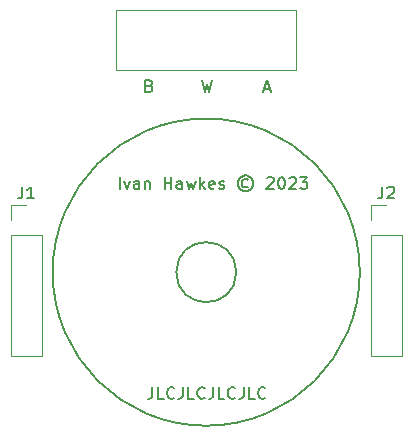
<source format=gto>
%TF.GenerationSoftware,KiCad,Pcbnew,7.0.2*%
%TF.CreationDate,2023-06-02T21:02:53+10:00*%
%TF.ProjectId,potentiometer-carrier-board,706f7465-6e74-4696-9f6d-657465722d63,rev?*%
%TF.SameCoordinates,Original*%
%TF.FileFunction,Legend,Top*%
%TF.FilePolarity,Positive*%
%FSLAX46Y46*%
G04 Gerber Fmt 4.6, Leading zero omitted, Abs format (unit mm)*
G04 Created by KiCad (PCBNEW 7.0.2) date 2023-06-02 21:02:53*
%MOMM*%
%LPD*%
G01*
G04 APERTURE LIST*
%ADD10C,0.150000*%
%ADD11C,0.200000*%
%ADD12C,0.120000*%
%ADD13C,0.100000*%
%ADD14R,1.700000X1.700000*%
%ADD15O,1.700000X1.700000*%
%ADD16C,1.700000*%
G04 APERTURE END LIST*
D10*
X58943809Y-77617619D02*
X58943809Y-78331904D01*
X58943809Y-78331904D02*
X58896190Y-78474761D01*
X58896190Y-78474761D02*
X58800952Y-78570000D01*
X58800952Y-78570000D02*
X58658095Y-78617619D01*
X58658095Y-78617619D02*
X58562857Y-78617619D01*
X59896190Y-78617619D02*
X59420000Y-78617619D01*
X59420000Y-78617619D02*
X59420000Y-77617619D01*
X60800952Y-78522380D02*
X60753333Y-78570000D01*
X60753333Y-78570000D02*
X60610476Y-78617619D01*
X60610476Y-78617619D02*
X60515238Y-78617619D01*
X60515238Y-78617619D02*
X60372381Y-78570000D01*
X60372381Y-78570000D02*
X60277143Y-78474761D01*
X60277143Y-78474761D02*
X60229524Y-78379523D01*
X60229524Y-78379523D02*
X60181905Y-78189047D01*
X60181905Y-78189047D02*
X60181905Y-78046190D01*
X60181905Y-78046190D02*
X60229524Y-77855714D01*
X60229524Y-77855714D02*
X60277143Y-77760476D01*
X60277143Y-77760476D02*
X60372381Y-77665238D01*
X60372381Y-77665238D02*
X60515238Y-77617619D01*
X60515238Y-77617619D02*
X60610476Y-77617619D01*
X60610476Y-77617619D02*
X60753333Y-77665238D01*
X60753333Y-77665238D02*
X60800952Y-77712857D01*
X61515238Y-77617619D02*
X61515238Y-78331904D01*
X61515238Y-78331904D02*
X61467619Y-78474761D01*
X61467619Y-78474761D02*
X61372381Y-78570000D01*
X61372381Y-78570000D02*
X61229524Y-78617619D01*
X61229524Y-78617619D02*
X61134286Y-78617619D01*
X62467619Y-78617619D02*
X61991429Y-78617619D01*
X61991429Y-78617619D02*
X61991429Y-77617619D01*
X63372381Y-78522380D02*
X63324762Y-78570000D01*
X63324762Y-78570000D02*
X63181905Y-78617619D01*
X63181905Y-78617619D02*
X63086667Y-78617619D01*
X63086667Y-78617619D02*
X62943810Y-78570000D01*
X62943810Y-78570000D02*
X62848572Y-78474761D01*
X62848572Y-78474761D02*
X62800953Y-78379523D01*
X62800953Y-78379523D02*
X62753334Y-78189047D01*
X62753334Y-78189047D02*
X62753334Y-78046190D01*
X62753334Y-78046190D02*
X62800953Y-77855714D01*
X62800953Y-77855714D02*
X62848572Y-77760476D01*
X62848572Y-77760476D02*
X62943810Y-77665238D01*
X62943810Y-77665238D02*
X63086667Y-77617619D01*
X63086667Y-77617619D02*
X63181905Y-77617619D01*
X63181905Y-77617619D02*
X63324762Y-77665238D01*
X63324762Y-77665238D02*
X63372381Y-77712857D01*
X64086667Y-77617619D02*
X64086667Y-78331904D01*
X64086667Y-78331904D02*
X64039048Y-78474761D01*
X64039048Y-78474761D02*
X63943810Y-78570000D01*
X63943810Y-78570000D02*
X63800953Y-78617619D01*
X63800953Y-78617619D02*
X63705715Y-78617619D01*
X65039048Y-78617619D02*
X64562858Y-78617619D01*
X64562858Y-78617619D02*
X64562858Y-77617619D01*
X65943810Y-78522380D02*
X65896191Y-78570000D01*
X65896191Y-78570000D02*
X65753334Y-78617619D01*
X65753334Y-78617619D02*
X65658096Y-78617619D01*
X65658096Y-78617619D02*
X65515239Y-78570000D01*
X65515239Y-78570000D02*
X65420001Y-78474761D01*
X65420001Y-78474761D02*
X65372382Y-78379523D01*
X65372382Y-78379523D02*
X65324763Y-78189047D01*
X65324763Y-78189047D02*
X65324763Y-78046190D01*
X65324763Y-78046190D02*
X65372382Y-77855714D01*
X65372382Y-77855714D02*
X65420001Y-77760476D01*
X65420001Y-77760476D02*
X65515239Y-77665238D01*
X65515239Y-77665238D02*
X65658096Y-77617619D01*
X65658096Y-77617619D02*
X65753334Y-77617619D01*
X65753334Y-77617619D02*
X65896191Y-77665238D01*
X65896191Y-77665238D02*
X65943810Y-77712857D01*
X66658096Y-77617619D02*
X66658096Y-78331904D01*
X66658096Y-78331904D02*
X66610477Y-78474761D01*
X66610477Y-78474761D02*
X66515239Y-78570000D01*
X66515239Y-78570000D02*
X66372382Y-78617619D01*
X66372382Y-78617619D02*
X66277144Y-78617619D01*
X67610477Y-78617619D02*
X67134287Y-78617619D01*
X67134287Y-78617619D02*
X67134287Y-77617619D01*
X68515239Y-78522380D02*
X68467620Y-78570000D01*
X68467620Y-78570000D02*
X68324763Y-78617619D01*
X68324763Y-78617619D02*
X68229525Y-78617619D01*
X68229525Y-78617619D02*
X68086668Y-78570000D01*
X68086668Y-78570000D02*
X67991430Y-78474761D01*
X67991430Y-78474761D02*
X67943811Y-78379523D01*
X67943811Y-78379523D02*
X67896192Y-78189047D01*
X67896192Y-78189047D02*
X67896192Y-78046190D01*
X67896192Y-78046190D02*
X67943811Y-77855714D01*
X67943811Y-77855714D02*
X67991430Y-77760476D01*
X67991430Y-77760476D02*
X68086668Y-77665238D01*
X68086668Y-77665238D02*
X68229525Y-77617619D01*
X68229525Y-77617619D02*
X68324763Y-77617619D01*
X68324763Y-77617619D02*
X68467620Y-77665238D01*
X68467620Y-77665238D02*
X68515239Y-77712857D01*
X56162188Y-60837619D02*
X56162188Y-59837619D01*
X56543140Y-60170952D02*
X56781235Y-60837619D01*
X56781235Y-60837619D02*
X57019330Y-60170952D01*
X57828854Y-60837619D02*
X57828854Y-60313809D01*
X57828854Y-60313809D02*
X57781235Y-60218571D01*
X57781235Y-60218571D02*
X57685997Y-60170952D01*
X57685997Y-60170952D02*
X57495521Y-60170952D01*
X57495521Y-60170952D02*
X57400283Y-60218571D01*
X57828854Y-60790000D02*
X57733616Y-60837619D01*
X57733616Y-60837619D02*
X57495521Y-60837619D01*
X57495521Y-60837619D02*
X57400283Y-60790000D01*
X57400283Y-60790000D02*
X57352664Y-60694761D01*
X57352664Y-60694761D02*
X57352664Y-60599523D01*
X57352664Y-60599523D02*
X57400283Y-60504285D01*
X57400283Y-60504285D02*
X57495521Y-60456666D01*
X57495521Y-60456666D02*
X57733616Y-60456666D01*
X57733616Y-60456666D02*
X57828854Y-60409047D01*
X58305045Y-60170952D02*
X58305045Y-60837619D01*
X58305045Y-60266190D02*
X58352664Y-60218571D01*
X58352664Y-60218571D02*
X58447902Y-60170952D01*
X58447902Y-60170952D02*
X58590759Y-60170952D01*
X58590759Y-60170952D02*
X58685997Y-60218571D01*
X58685997Y-60218571D02*
X58733616Y-60313809D01*
X58733616Y-60313809D02*
X58733616Y-60837619D01*
X59971712Y-60837619D02*
X59971712Y-59837619D01*
X59971712Y-60313809D02*
X60543140Y-60313809D01*
X60543140Y-60837619D02*
X60543140Y-59837619D01*
X61447902Y-60837619D02*
X61447902Y-60313809D01*
X61447902Y-60313809D02*
X61400283Y-60218571D01*
X61400283Y-60218571D02*
X61305045Y-60170952D01*
X61305045Y-60170952D02*
X61114569Y-60170952D01*
X61114569Y-60170952D02*
X61019331Y-60218571D01*
X61447902Y-60790000D02*
X61352664Y-60837619D01*
X61352664Y-60837619D02*
X61114569Y-60837619D01*
X61114569Y-60837619D02*
X61019331Y-60790000D01*
X61019331Y-60790000D02*
X60971712Y-60694761D01*
X60971712Y-60694761D02*
X60971712Y-60599523D01*
X60971712Y-60599523D02*
X61019331Y-60504285D01*
X61019331Y-60504285D02*
X61114569Y-60456666D01*
X61114569Y-60456666D02*
X61352664Y-60456666D01*
X61352664Y-60456666D02*
X61447902Y-60409047D01*
X61828855Y-60170952D02*
X62019331Y-60837619D01*
X62019331Y-60837619D02*
X62209807Y-60361428D01*
X62209807Y-60361428D02*
X62400283Y-60837619D01*
X62400283Y-60837619D02*
X62590759Y-60170952D01*
X62971712Y-60837619D02*
X62971712Y-59837619D01*
X63066950Y-60456666D02*
X63352664Y-60837619D01*
X63352664Y-60170952D02*
X62971712Y-60551904D01*
X64162188Y-60790000D02*
X64066950Y-60837619D01*
X64066950Y-60837619D02*
X63876474Y-60837619D01*
X63876474Y-60837619D02*
X63781236Y-60790000D01*
X63781236Y-60790000D02*
X63733617Y-60694761D01*
X63733617Y-60694761D02*
X63733617Y-60313809D01*
X63733617Y-60313809D02*
X63781236Y-60218571D01*
X63781236Y-60218571D02*
X63876474Y-60170952D01*
X63876474Y-60170952D02*
X64066950Y-60170952D01*
X64066950Y-60170952D02*
X64162188Y-60218571D01*
X64162188Y-60218571D02*
X64209807Y-60313809D01*
X64209807Y-60313809D02*
X64209807Y-60409047D01*
X64209807Y-60409047D02*
X63733617Y-60504285D01*
X64590760Y-60790000D02*
X64685998Y-60837619D01*
X64685998Y-60837619D02*
X64876474Y-60837619D01*
X64876474Y-60837619D02*
X64971712Y-60790000D01*
X64971712Y-60790000D02*
X65019331Y-60694761D01*
X65019331Y-60694761D02*
X65019331Y-60647142D01*
X65019331Y-60647142D02*
X64971712Y-60551904D01*
X64971712Y-60551904D02*
X64876474Y-60504285D01*
X64876474Y-60504285D02*
X64733617Y-60504285D01*
X64733617Y-60504285D02*
X64638379Y-60456666D01*
X64638379Y-60456666D02*
X64590760Y-60361428D01*
X64590760Y-60361428D02*
X64590760Y-60313809D01*
X64590760Y-60313809D02*
X64638379Y-60218571D01*
X64638379Y-60218571D02*
X64733617Y-60170952D01*
X64733617Y-60170952D02*
X64876474Y-60170952D01*
X64876474Y-60170952D02*
X64971712Y-60218571D01*
X67019332Y-60075714D02*
X66924093Y-60028095D01*
X66924093Y-60028095D02*
X66733617Y-60028095D01*
X66733617Y-60028095D02*
X66638379Y-60075714D01*
X66638379Y-60075714D02*
X66543141Y-60170952D01*
X66543141Y-60170952D02*
X66495522Y-60266190D01*
X66495522Y-60266190D02*
X66495522Y-60456666D01*
X66495522Y-60456666D02*
X66543141Y-60551904D01*
X66543141Y-60551904D02*
X66638379Y-60647142D01*
X66638379Y-60647142D02*
X66733617Y-60694761D01*
X66733617Y-60694761D02*
X66924093Y-60694761D01*
X66924093Y-60694761D02*
X67019332Y-60647142D01*
X66828855Y-59694761D02*
X66590760Y-59742380D01*
X66590760Y-59742380D02*
X66352665Y-59885238D01*
X66352665Y-59885238D02*
X66209808Y-60123333D01*
X66209808Y-60123333D02*
X66162189Y-60361428D01*
X66162189Y-60361428D02*
X66209808Y-60599523D01*
X66209808Y-60599523D02*
X66352665Y-60837619D01*
X66352665Y-60837619D02*
X66590760Y-60980476D01*
X66590760Y-60980476D02*
X66828855Y-61028095D01*
X66828855Y-61028095D02*
X67066951Y-60980476D01*
X67066951Y-60980476D02*
X67305046Y-60837619D01*
X67305046Y-60837619D02*
X67447903Y-60599523D01*
X67447903Y-60599523D02*
X67495522Y-60361428D01*
X67495522Y-60361428D02*
X67447903Y-60123333D01*
X67447903Y-60123333D02*
X67305046Y-59885238D01*
X67305046Y-59885238D02*
X67066951Y-59742380D01*
X67066951Y-59742380D02*
X66828855Y-59694761D01*
X68638380Y-59932857D02*
X68685999Y-59885238D01*
X68685999Y-59885238D02*
X68781237Y-59837619D01*
X68781237Y-59837619D02*
X69019332Y-59837619D01*
X69019332Y-59837619D02*
X69114570Y-59885238D01*
X69114570Y-59885238D02*
X69162189Y-59932857D01*
X69162189Y-59932857D02*
X69209808Y-60028095D01*
X69209808Y-60028095D02*
X69209808Y-60123333D01*
X69209808Y-60123333D02*
X69162189Y-60266190D01*
X69162189Y-60266190D02*
X68590761Y-60837619D01*
X68590761Y-60837619D02*
X69209808Y-60837619D01*
X69828856Y-59837619D02*
X69924094Y-59837619D01*
X69924094Y-59837619D02*
X70019332Y-59885238D01*
X70019332Y-59885238D02*
X70066951Y-59932857D01*
X70066951Y-59932857D02*
X70114570Y-60028095D01*
X70114570Y-60028095D02*
X70162189Y-60218571D01*
X70162189Y-60218571D02*
X70162189Y-60456666D01*
X70162189Y-60456666D02*
X70114570Y-60647142D01*
X70114570Y-60647142D02*
X70066951Y-60742380D01*
X70066951Y-60742380D02*
X70019332Y-60790000D01*
X70019332Y-60790000D02*
X69924094Y-60837619D01*
X69924094Y-60837619D02*
X69828856Y-60837619D01*
X69828856Y-60837619D02*
X69733618Y-60790000D01*
X69733618Y-60790000D02*
X69685999Y-60742380D01*
X69685999Y-60742380D02*
X69638380Y-60647142D01*
X69638380Y-60647142D02*
X69590761Y-60456666D01*
X69590761Y-60456666D02*
X69590761Y-60218571D01*
X69590761Y-60218571D02*
X69638380Y-60028095D01*
X69638380Y-60028095D02*
X69685999Y-59932857D01*
X69685999Y-59932857D02*
X69733618Y-59885238D01*
X69733618Y-59885238D02*
X69828856Y-59837619D01*
X70543142Y-59932857D02*
X70590761Y-59885238D01*
X70590761Y-59885238D02*
X70685999Y-59837619D01*
X70685999Y-59837619D02*
X70924094Y-59837619D01*
X70924094Y-59837619D02*
X71019332Y-59885238D01*
X71019332Y-59885238D02*
X71066951Y-59932857D01*
X71066951Y-59932857D02*
X71114570Y-60028095D01*
X71114570Y-60028095D02*
X71114570Y-60123333D01*
X71114570Y-60123333D02*
X71066951Y-60266190D01*
X71066951Y-60266190D02*
X70495523Y-60837619D01*
X70495523Y-60837619D02*
X71114570Y-60837619D01*
X71447904Y-59837619D02*
X72066951Y-59837619D01*
X72066951Y-59837619D02*
X71733618Y-60218571D01*
X71733618Y-60218571D02*
X71876475Y-60218571D01*
X71876475Y-60218571D02*
X71971713Y-60266190D01*
X71971713Y-60266190D02*
X72019332Y-60313809D01*
X72019332Y-60313809D02*
X72066951Y-60409047D01*
X72066951Y-60409047D02*
X72066951Y-60647142D01*
X72066951Y-60647142D02*
X72019332Y-60742380D01*
X72019332Y-60742380D02*
X71971713Y-60790000D01*
X71971713Y-60790000D02*
X71876475Y-60837619D01*
X71876475Y-60837619D02*
X71590761Y-60837619D01*
X71590761Y-60837619D02*
X71495523Y-60790000D01*
X71495523Y-60790000D02*
X71447904Y-60742380D01*
X76500000Y-67880000D02*
G75*
G03*
X76500000Y-67880000I-13000000J0D01*
G01*
X66040000Y-67880000D02*
G75*
G03*
X66040000Y-67880000I-2540000J0D01*
G01*
%TO.C,J1*%
X47926666Y-60632619D02*
X47926666Y-61346904D01*
X47926666Y-61346904D02*
X47879047Y-61489761D01*
X47879047Y-61489761D02*
X47783809Y-61585000D01*
X47783809Y-61585000D02*
X47640952Y-61632619D01*
X47640952Y-61632619D02*
X47545714Y-61632619D01*
X48926666Y-61632619D02*
X48355238Y-61632619D01*
X48640952Y-61632619D02*
X48640952Y-60632619D01*
X48640952Y-60632619D02*
X48545714Y-60775476D01*
X48545714Y-60775476D02*
X48450476Y-60870714D01*
X48450476Y-60870714D02*
X48355238Y-60918333D01*
%TO.C,J2*%
X78406666Y-60632619D02*
X78406666Y-61346904D01*
X78406666Y-61346904D02*
X78359047Y-61489761D01*
X78359047Y-61489761D02*
X78263809Y-61585000D01*
X78263809Y-61585000D02*
X78120952Y-61632619D01*
X78120952Y-61632619D02*
X78025714Y-61632619D01*
X78835238Y-60727857D02*
X78882857Y-60680238D01*
X78882857Y-60680238D02*
X78978095Y-60632619D01*
X78978095Y-60632619D02*
X79216190Y-60632619D01*
X79216190Y-60632619D02*
X79311428Y-60680238D01*
X79311428Y-60680238D02*
X79359047Y-60727857D01*
X79359047Y-60727857D02*
X79406666Y-60823095D01*
X79406666Y-60823095D02*
X79406666Y-60918333D01*
X79406666Y-60918333D02*
X79359047Y-61061190D01*
X79359047Y-61061190D02*
X78787619Y-61632619D01*
X78787619Y-61632619D02*
X79406666Y-61632619D01*
D11*
%TO.C,J3*%
X58674814Y-52108273D02*
X58817671Y-52155892D01*
X58817671Y-52155892D02*
X58865290Y-52203511D01*
X58865290Y-52203511D02*
X58912909Y-52298749D01*
X58912909Y-52298749D02*
X58912909Y-52441606D01*
X58912909Y-52441606D02*
X58865290Y-52536844D01*
X58865290Y-52536844D02*
X58817671Y-52584464D01*
X58817671Y-52584464D02*
X58722433Y-52632083D01*
X58722433Y-52632083D02*
X58341481Y-52632083D01*
X58341481Y-52632083D02*
X58341481Y-51632083D01*
X58341481Y-51632083D02*
X58674814Y-51632083D01*
X58674814Y-51632083D02*
X58770052Y-51679702D01*
X58770052Y-51679702D02*
X58817671Y-51727321D01*
X58817671Y-51727321D02*
X58865290Y-51822559D01*
X58865290Y-51822559D02*
X58865290Y-51917797D01*
X58865290Y-51917797D02*
X58817671Y-52013035D01*
X58817671Y-52013035D02*
X58770052Y-52060654D01*
X58770052Y-52060654D02*
X58674814Y-52108273D01*
X58674814Y-52108273D02*
X58341481Y-52108273D01*
X63128474Y-51632083D02*
X63366569Y-52632083D01*
X63366569Y-52632083D02*
X63557045Y-51917797D01*
X63557045Y-51917797D02*
X63747521Y-52632083D01*
X63747521Y-52632083D02*
X63985617Y-51632083D01*
X68412108Y-52346368D02*
X68888298Y-52346368D01*
X68316870Y-52632083D02*
X68650203Y-51632083D01*
X68650203Y-51632083D02*
X68983536Y-52632083D01*
D12*
%TO.C,J1*%
X46930000Y-62170000D02*
X48260000Y-62170000D01*
X46930000Y-63500000D02*
X46930000Y-62170000D01*
X46930000Y-64770000D02*
X46930000Y-74990000D01*
X46930000Y-64770000D02*
X49590000Y-64770000D01*
X46930000Y-74990000D02*
X49590000Y-74990000D01*
X49590000Y-64770000D02*
X49590000Y-74990000D01*
%TO.C,J2*%
X77410000Y-62170000D02*
X78740000Y-62170000D01*
X77410000Y-63500000D02*
X77410000Y-62170000D01*
X77410000Y-64770000D02*
X77410000Y-74990000D01*
X77410000Y-64770000D02*
X80070000Y-64770000D01*
X77410000Y-74990000D02*
X80070000Y-74990000D01*
X80070000Y-64770000D02*
X80070000Y-74990000D01*
D13*
%TO.C,J3*%
X55880000Y-45720000D02*
X71120000Y-45720000D01*
X71120000Y-45720000D02*
X71120000Y-50800000D01*
X71120000Y-50800000D02*
X55880000Y-50800000D01*
X55880000Y-50800000D02*
X55880000Y-45720000D01*
%TD*%
%LPC*%
D14*
%TO.C,J1*%
X48260000Y-63500000D03*
D15*
X48260000Y-66040000D03*
X48260000Y-68580000D03*
X48260000Y-71120000D03*
X48260000Y-73660000D03*
%TD*%
D14*
%TO.C,J2*%
X78740000Y-63500000D03*
D15*
X78740000Y-66040000D03*
X78740000Y-68580000D03*
X78740000Y-71120000D03*
X78740000Y-73660000D03*
%TD*%
D16*
%TO.C,J3*%
X58420000Y-48260000D03*
X63500000Y-48260000D03*
X68580000Y-48260000D03*
%TD*%
%LPD*%
M02*

</source>
